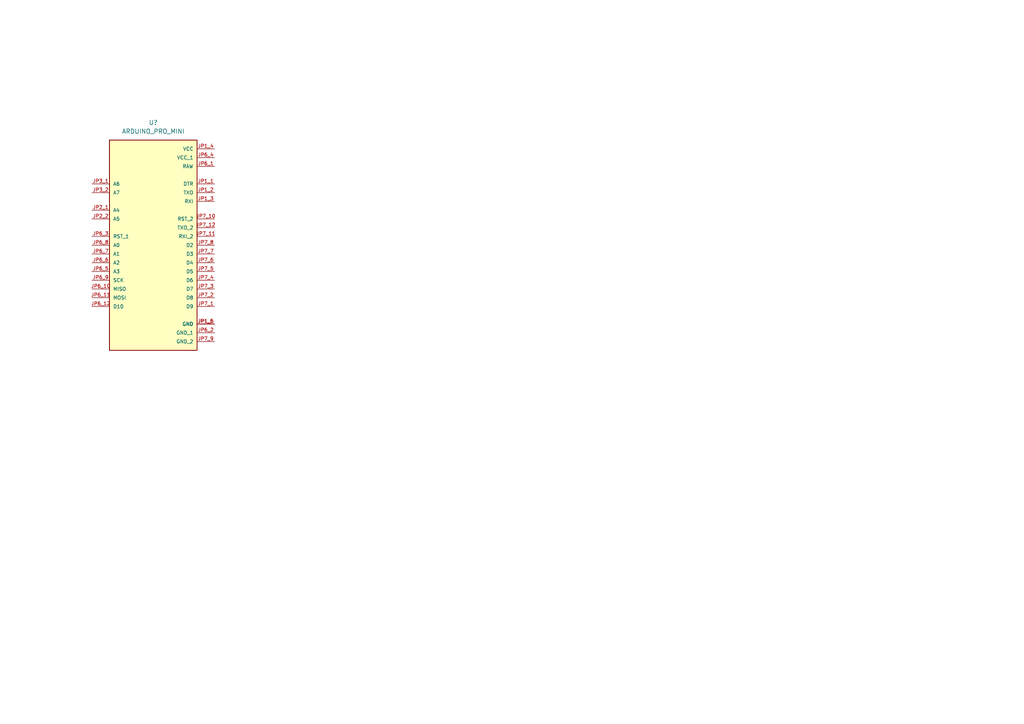
<source format=kicad_sch>
(kicad_sch (version 20211123) (generator eeschema)
  (paper "A4")
  (lib_symbols
    (symbol "Arduino pro mini:ARDUINO_PRO_MINI" (pin_names (offset 1.016))
      (property "Reference" "U" (at -12.7 31.75 0))
      (property "Value" "ARDUINO_PRO_MINI" (at -12.7 -33.02 0))
      (symbol "ARDUINO_PRO_MINI_0_0"
        (rectangle (start -12.7 -30.48) (end 12.7 30.48) (stroke (width 0.254)) (fill (type background)))
        (pin input line (at 17.78 17.78 180) (length 5.08) (name "DTR") (number "JP1_1"))
        (pin bidirectional line (at 17.78 15.24 180) (length 5.08) (name "TXO") (number "JP1_2"))
        (pin bidirectional line (at 17.78 12.7 180) (length 5.08) (name "RXI") (number "JP1_3"))
        (pin power_in line (at 17.78 27.94 180) (length 5.08) (name "VCC") (number "JP1_4"))
        (pin power_in line (at 17.78 -22.86 180) (length 5.08) (name "GND") (number "JP1_5"))
        (pin power_in line (at 17.78 -22.86 180) (length 5.08) (name "GND") (number "JP1_6"))
        (pin bidirectional line (at -17.78 10.16 0) (length 5.08) (name "A4") (number "JP2_1"))
        (pin bidirectional line (at -17.78 7.62 0) (length 5.08) (name "A5") (number "JP2_2"))
        (pin input line (at -17.78 17.78 0) (length 5.08) (name "A6") (number "JP3_1"))
        (pin input line (at -17.78 15.24 0) (length 5.08) (name "A7") (number "JP3_2"))
        (pin power_in line (at 17.78 22.86 180) (length 5.08) (name "RAW") (number "JP6_1"))
        (pin bidirectional line (at -17.78 -12.7 0) (length 5.08) (name "MISO") (number "JP6_10"))
        (pin bidirectional line (at -17.78 -15.24 0) (length 5.08) (name "MOSI") (number "JP6_11"))
        (pin bidirectional line (at -17.78 -17.78 0) (length 5.08) (name "D10") (number "JP6_12"))
        (pin power_in line (at 17.78 -25.4 180) (length 5.08) (name "GND_1") (number "JP6_2"))
        (pin input line (at -17.78 2.54 0) (length 5.08) (name "RST_1") (number "JP6_3"))
        (pin power_in line (at 17.78 25.4 180) (length 5.08) (name "VCC_1") (number "JP6_4"))
        (pin bidirectional line (at -17.78 -7.62 0) (length 5.08) (name "A3") (number "JP6_5"))
        (pin bidirectional line (at -17.78 -5.08 0) (length 5.08) (name "A2") (number "JP6_6"))
        (pin bidirectional line (at -17.78 -2.54 0) (length 5.08) (name "A1") (number "JP6_7"))
        (pin bidirectional line (at -17.78 0 0) (length 5.08) (name "A0") (number "JP6_8"))
        (pin bidirectional line (at -17.78 -10.16 0) (length 5.08) (name "SCK") (number "JP6_9"))
        (pin bidirectional line (at 17.78 -17.78 180) (length 5.08) (name "D9") (number "JP7_1"))
        (pin input line (at 17.78 7.62 180) (length 5.08) (name "RST_2") (number "JP7_10"))
        (pin bidirectional line (at 17.78 2.54 180) (length 5.08) (name "RXI_2") (number "JP7_11"))
        (pin bidirectional line (at 17.78 5.08 180) (length 5.08) (name "TXO_2") (number "JP7_12"))
        (pin bidirectional line (at 17.78 -15.24 180) (length 5.08) (name "D8") (number "JP7_2"))
        (pin bidirectional line (at 17.78 -12.7 180) (length 5.08) (name "D7") (number "JP7_3"))
        (pin bidirectional line (at 17.78 -10.16 180) (length 5.08) (name "D6") (number "JP7_4"))
        (pin bidirectional line (at 17.78 -7.62 180) (length 5.08) (name "D5") (number "JP7_5"))
        (pin bidirectional line (at 17.78 -5.08 180) (length 5.08) (name "D4") (number "JP7_6"))
        (pin bidirectional line (at 17.78 -2.54 180) (length 5.08) (name "D3") (number "JP7_7"))
        (pin bidirectional line (at 17.78 0 180) (length 5.08) (name "D2") (number "JP7_8"))
        (pin power_in line (at 17.78 -27.94 180) (length 5.08) (name "GND_2") (number "JP7_9"))
      )
    )
  )
  (symbol (lib_id "Arduino pro mini:ARDUINO_PRO_MINI") (at 44.45 71.12 0) (unit 1)
    (property "Reference" "U?" (at 44.45 35.56 0))
    (property "Value" "ARDUINO_PRO_MINI" (at 44.45 38.1 0))
    (property "Footprint" "MODULE_ARDUINO_PRO_MINI" (effects hide))
    (property "MAXIMUM_PACKAGE_HEIGHT" "N/A" (effects hide))
    (property "STANDARD" "Manufacturer Recommendations" (effects hide))
    (property "PARTREV" "N/A" (effects hide))
    (property "MANUFACTURER" "SparkFun Electronics" (effects hide))
  )
)
</source>
